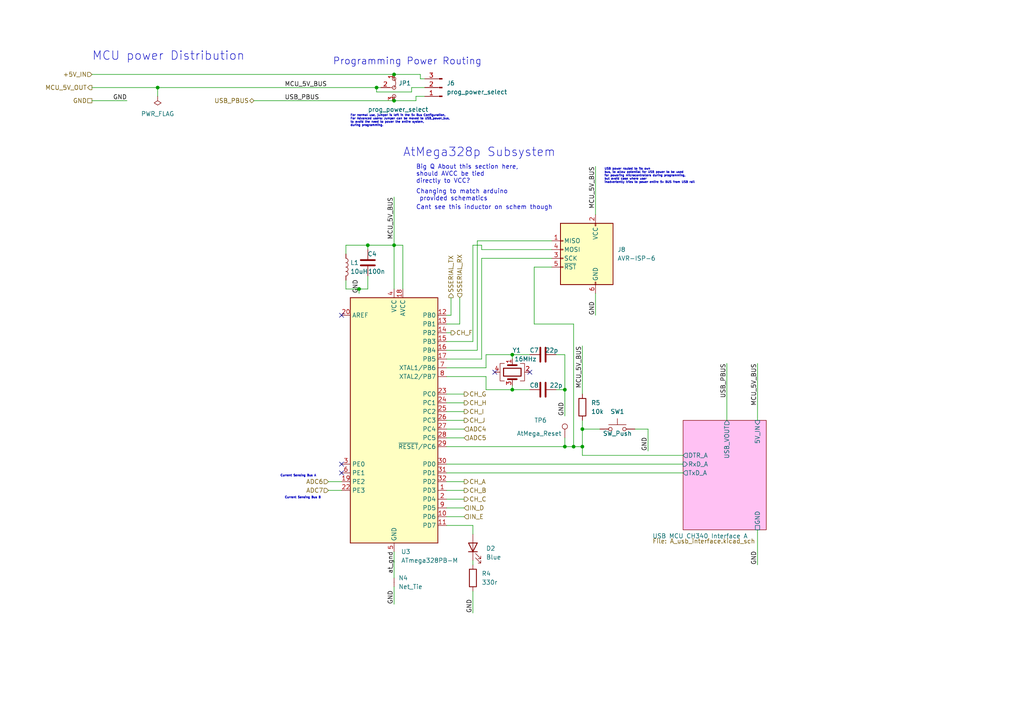
<source format=kicad_sch>
(kicad_sch (version 20211123) (generator eeschema)
  (paper "A4")
  (lib_symbols
    (symbol "000_Capacitor_Film_Immo:cap_film_0805" (pin_numbers hide) (pin_names (offset 0.254))
      (property "Reference" "C" (at 0.635 2.54 0))
      (property "Value" "cap_film_0805" (at 0.635 -2.54 0))
      (symbol "cap_film_0805_0_1"
        (polyline (pts (xy -2.032 -0.762) (xy 2.032 -0.762)) (stroke (width 0.508)))
        (polyline (pts (xy -2.032 0.762) (xy 2.032 0.762)) (stroke (width 0.508)))
      )
      (symbol "cap_film_0805_1_1"
        (pin passive line (at 0 3.81 270) (length 2.794) (name "~") (number "1"))
        (pin passive line (at 0 -3.81 90) (length 2.794) (name "~") (number "2"))
      )
    )
    (symbol "000_Connectors_Immo:Jumper_3_Bridged12" (pin_names (offset 0) hide)
      (property "Reference" "JP" (at -2.54 -2.54 0))
      (property "Value" "Jumper_3_Bridged12" (at 0 2.794 0))
      (symbol "Jumper_3_Bridged12_0_0"
        (circle (center -2.54 0) (radius 0.508))
        (circle (center 0 0) (radius 0.508))
        (circle (center 2.54 0) (radius 0.508))
      )
      (symbol "Jumper_3_Bridged12_0_1"
        (arc (start 0 -0.0807) (mid -1.27 0.4699) (end -2.54 -0.0807))
        (polyline (pts (xy 0 -1.27) (xy 0 -0.508)))
      )
      (symbol "Jumper_3_Bridged12_1_1"
        (pin passive line (at -3.81 0 0) (length 1.27) (name "A") (number "1"))
        (pin input line (at 0 -3.81 90) (length 2.54) (name "C") (number "2"))
        (pin passive line (at 3.81 0 180) (length 1.27) (name "B") (number "3"))
      )
    )
    (symbol "000_Diodes_Immo:LED_0805_smd" (pin_numbers hide) (pin_names (offset 1.016) hide)
      (property "Reference" "D" (at 0 2.54 0))
      (property "Value" "LED_0805_smd" (at 0 -3.81 0))
      (symbol "LED_0805_smd_0_1"
        (polyline (pts (xy -1.27 -1.27) (xy -1.27 1.27)) (stroke (width 0.254)))
        (polyline (pts (xy -1.27 0) (xy 1.27 0)))
        (polyline (pts (xy 1.27 -1.27) (xy 1.27 1.27) (xy -1.27 0) (xy 1.27 -1.27)) (stroke (width 0.254)))
        (polyline (pts (xy -3.048 -0.762) (xy -4.572 -2.286) (xy -3.81 -2.286) (xy -4.572 -2.286) (xy -4.572 -1.524)))
        (polyline (pts (xy -1.778 -0.762) (xy -3.302 -2.286) (xy -2.54 -2.286) (xy -3.302 -2.286) (xy -3.302 -1.524)))
      )
      (symbol "LED_0805_smd_1_1"
        (pin passive line (at -3.81 0 0) (length 2.54) (name "K") (number "1"))
        (pin passive line (at 3.81 0 180) (length 2.54) (name "A") (number "2"))
      )
    )
    (symbol "000_Resistors_Immo:Resistor_0805" (pin_numbers hide) (pin_names (offset 0))
      (property "Reference" "R?" (at 2.54 1.2701 0))
      (property "Value" "Resistor_0805" (at 2.54 -1.2699 0))
      (symbol "Resistor_0805_0_1"
        (rectangle (start -1.016 -2.54) (end 1.016 2.54) (stroke (width 0.254)))
      )
      (symbol "Resistor_0805_1_1"
        (pin passive line (at 0 3.81 270) (length 1.27) (name "~") (number "1"))
        (pin passive line (at 0 -3.81 90) (length 1.27) (name "~") (number "2"))
      )
    )
    (symbol "000_Utility_Immo:Net_Tie" (pin_numbers hide) (pin_names (offset 0) hide) (in_bom no)
      (property "Reference" "N" (at 0 5.08 0))
      (property "Value" "Net_Tie" (at 0 2.794 0))
      (symbol "Net_Tie_1_1"
        (pin passive line (at -1.27 0 0) (length 1.27) (name "A") (number "1"))
        (pin passive line (at 1.27 0 180) (length 1.27) (name "C") (number "2"))
      )
    )
    (symbol "Connector:AVR-ISP-6" (pin_names (offset 1.016))
      (property "Reference" "J" (at -6.35 11.43 0))
      (property "Value" "AVR-ISP-6" (at 0 11.43 0))
      (symbol "AVR-ISP-6_0_1"
        (rectangle (start -2.667 -6.858) (end -2.413 -7.62))
        (rectangle (start -2.667 10.16) (end -2.413 9.398))
        (rectangle (start 7.62 -2.413) (end 6.858 -2.667))
        (rectangle (start 7.62 0.127) (end 6.858 -0.127))
        (rectangle (start 7.62 2.667) (end 6.858 2.413))
        (rectangle (start 7.62 5.207) (end 6.858 4.953))
        (rectangle (start 7.62 10.16) (end -7.62 -7.62) (stroke (width 0.254)) (fill (type background)))
      )
      (symbol "AVR-ISP-6_1_1"
        (pin passive line (at 10.16 5.08 180) (length 2.54) (name "MISO") (number "1"))
        (pin passive line (at -2.54 12.7 270) (length 2.54) (name "VCC") (number "2"))
        (pin passive line (at 10.16 0 180) (length 2.54) (name "SCK") (number "3"))
        (pin passive line (at 10.16 2.54 180) (length 2.54) (name "MOSI") (number "4"))
        (pin passive line (at 10.16 -2.54 180) (length 2.54) (name "~{RST}") (number "5"))
        (pin passive line (at -2.54 -10.16 90) (length 2.54) (name "GND") (number "6"))
      )
    )
    (symbol "Connector:Conn_01x03_Male" (pin_names (offset 1.016) hide)
      (property "Reference" "J" (at 0 5.08 0))
      (property "Value" "Conn_01x03_Male" (at 0 -5.08 0))
      (symbol "Conn_01x03_Male_1_1"
        (polyline (pts (xy 1.27 -2.54) (xy 0.8636 -2.54)) (stroke (width 0.1524)))
        (polyline (pts (xy 1.27 0) (xy 0.8636 0)) (stroke (width 0.1524)))
        (polyline (pts (xy 1.27 2.54) (xy 0.8636 2.54)) (stroke (width 0.1524)))
        (rectangle (start 0.8636 -2.413) (end 0 -2.667) (stroke (width 0.1524)) (fill (type outline)))
        (rectangle (start 0.8636 0.127) (end 0 -0.127) (stroke (width 0.1524)) (fill (type outline)))
        (rectangle (start 0.8636 2.667) (end 0 2.413) (stroke (width 0.1524)) (fill (type outline)))
        (pin passive line (at 5.08 2.54 180) (length 3.81) (name "Pin_1") (number "1"))
        (pin passive line (at 5.08 0 180) (length 3.81) (name "Pin_2") (number "2"))
        (pin passive line (at 5.08 -2.54 180) (length 3.81) (name "Pin_3") (number "3"))
      )
    )
    (symbol "Connector:TestPoint" (pin_numbers hide) (pin_names (offset 0.762) hide)
      (property "Reference" "TP" (at 0 6.858 0))
      (property "Value" "TestPoint" (at 0 5.08 0))
      (symbol "TestPoint_0_1"
        (circle (center 0 3.302) (radius 0.762))
      )
      (symbol "TestPoint_1_1"
        (pin passive line (at 0 0 90) (length 2.54) (name "1") (number "1"))
      )
    )
    (symbol "Device:Crystal_GND24" (pin_names (offset 1.016) hide)
      (property "Reference" "Y" (at 3.175 5.08 0))
      (property "Value" "Crystal_GND24" (at 3.175 3.175 0))
      (symbol "Crystal_GND24_0_1"
        (rectangle (start -1.143 2.54) (end 1.143 -2.54) (stroke (width 0.3048)))
        (polyline (pts (xy -2.54 0) (xy -2.032 0)))
        (polyline (pts (xy -2.032 -1.27) (xy -2.032 1.27)) (stroke (width 0.508)))
        (polyline (pts (xy 0 -3.81) (xy 0 -3.556)))
        (polyline (pts (xy 0 3.556) (xy 0 3.81)))
        (polyline (pts (xy 2.032 -1.27) (xy 2.032 1.27)) (stroke (width 0.508)))
        (polyline (pts (xy 2.032 0) (xy 2.54 0)))
        (polyline (pts (xy -2.54 -2.286) (xy -2.54 -3.556) (xy 2.54 -3.556) (xy 2.54 -2.286)))
        (polyline (pts (xy -2.54 2.286) (xy -2.54 3.556) (xy 2.54 3.556) (xy 2.54 2.286)))
      )
      (symbol "Crystal_GND24_1_1"
        (pin passive line (at -3.81 0 0) (length 1.27) (name "1") (number "1"))
        (pin passive line (at 0 5.08 270) (length 1.27) (name "2") (number "2"))
        (pin passive line (at 3.81 0 180) (length 1.27) (name "3") (number "3"))
        (pin passive line (at 0 -5.08 90) (length 1.27) (name "4") (number "4"))
      )
    )
    (symbol "Device:L" (pin_numbers hide) (pin_names (offset 1.016) hide)
      (property "Reference" "L" (at -1.27 0 90))
      (property "Value" "L" (at 1.905 0 90))
      (symbol "L_0_1"
        (arc (start 0 -2.54) (mid 0.635 -1.905) (end 0 -1.27))
        (arc (start 0 -1.27) (mid 0.635 -0.635) (end 0 0))
        (arc (start 0 0) (mid 0.635 0.635) (end 0 1.27))
        (arc (start 0 1.27) (mid 0.635 1.905) (end 0 2.54))
      )
      (symbol "L_1_1"
        (pin passive line (at 0 3.81 270) (length 1.27) (name "1") (number "1"))
        (pin passive line (at 0 -3.81 90) (length 1.27) (name "2") (number "2"))
      )
    )
    (symbol "MCU_Microchip_ATmega:ATmega328PB-M"
      (property "Reference" "U" (at -12.7 36.83 0))
      (property "Value" "ATmega328PB-M" (at 2.54 -36.83 0))
      (symbol "ATmega328PB-M_0_1"
        (rectangle (start -12.7 -35.56) (end 12.7 35.56) (stroke (width 0.254)) (fill (type background)))
      )
      (symbol "ATmega328PB-M_1_1"
        (pin bidirectional line (at 15.24 -20.32 180) (length 2.54) (name "PD3") (number "1"))
        (pin bidirectional line (at 15.24 -27.94 180) (length 2.54) (name "PD6") (number "10"))
        (pin bidirectional line (at 15.24 -30.48 180) (length 2.54) (name "PD7") (number "11"))
        (pin bidirectional line (at 15.24 30.48 180) (length 2.54) (name "PB0") (number "12"))
        (pin bidirectional line (at 15.24 27.94 180) (length 2.54) (name "PB1") (number "13"))
        (pin bidirectional line (at 15.24 25.4 180) (length 2.54) (name "PB2") (number "14"))
        (pin bidirectional line (at 15.24 22.86 180) (length 2.54) (name "PB3") (number "15"))
        (pin bidirectional line (at 15.24 20.32 180) (length 2.54) (name "PB4") (number "16"))
        (pin bidirectional line (at 15.24 17.78 180) (length 2.54) (name "PB5") (number "17"))
        (pin power_in line (at 2.54 38.1 270) (length 2.54) (name "AVCC") (number "18"))
        (pin bidirectional line (at -15.24 -17.78 0) (length 2.54) (name "PE2") (number "19"))
        (pin bidirectional line (at 15.24 -22.86 180) (length 2.54) (name "PD4") (number "2"))
        (pin passive line (at -15.24 30.48 0) (length 2.54) (name "AREF") (number "20"))
        (pin passive line (at 0 -38.1 90) (length 2.54) hide (name "GND") (number "21"))
        (pin bidirectional line (at -15.24 -20.32 0) (length 2.54) (name "PE3") (number "22"))
        (pin bidirectional line (at 15.24 7.62 180) (length 2.54) (name "PC0") (number "23"))
        (pin bidirectional line (at 15.24 5.08 180) (length 2.54) (name "PC1") (number "24"))
        (pin bidirectional line (at 15.24 2.54 180) (length 2.54) (name "PC2") (number "25"))
        (pin bidirectional line (at 15.24 0 180) (length 2.54) (name "PC3") (number "26"))
        (pin bidirectional line (at 15.24 -2.54 180) (length 2.54) (name "PC4") (number "27"))
        (pin bidirectional line (at 15.24 -5.08 180) (length 2.54) (name "PC5") (number "28"))
        (pin bidirectional line (at 15.24 -7.62 180) (length 2.54) (name "~{RESET}/PC6") (number "29"))
        (pin bidirectional line (at -15.24 -12.7 0) (length 2.54) (name "PE0") (number "3"))
        (pin bidirectional line (at 15.24 -12.7 180) (length 2.54) (name "PD0") (number "30"))
        (pin bidirectional line (at 15.24 -15.24 180) (length 2.54) (name "PD1") (number "31"))
        (pin bidirectional line (at 15.24 -17.78 180) (length 2.54) (name "PD2") (number "32"))
        (pin passive line (at 0 -38.1 90) (length 2.54) hide (name "GND") (number "33"))
        (pin power_in line (at 0 38.1 270) (length 2.54) (name "VCC") (number "4"))
        (pin power_in line (at 0 -38.1 90) (length 2.54) (name "GND") (number "5"))
        (pin bidirectional line (at -15.24 -15.24 0) (length 2.54) (name "PE1") (number "6"))
        (pin bidirectional line (at 15.24 15.24 180) (length 2.54) (name "XTAL1/PB6") (number "7"))
        (pin bidirectional line (at 15.24 12.7 180) (length 2.54) (name "XTAL2/PB7") (number "8"))
        (pin bidirectional line (at 15.24 -25.4 180) (length 2.54) (name "PD5") (number "9"))
      )
    )
    (symbol "Switch:SW_Push" (pin_numbers hide) (pin_names (offset 1.016) hide)
      (property "Reference" "SW" (at 1.27 2.54 0))
      (property "Value" "SW_Push" (at 0 -1.524 0))
      (symbol "SW_Push_0_1"
        (circle (center -2.032 0) (radius 0.508))
        (polyline (pts (xy 0 1.27) (xy 0 3.048)))
        (polyline (pts (xy 2.54 1.27) (xy -2.54 1.27)))
        (circle (center 2.032 0) (radius 0.508))
        (pin passive line (at -5.08 0 0) (length 2.54) (name "1") (number "1"))
        (pin passive line (at 5.08 0 180) (length 2.54) (name "2") (number "2"))
      )
    )
    (symbol "power:PWR_FLAG" (power) (pin_numbers hide) (pin_names (offset 0) hide)
      (property "Value" "PWR_FLAG" (at 0 3.81 0))
      (symbol "PWR_FLAG_0_0"
        (pin power_out line (at 0 0 90) (length 0) (name "pwr") (number "1"))
      )
      (symbol "PWR_FLAG_0_1"
        (polyline (pts (xy 0 0) (xy 0 1.27) (xy -1.016 1.905) (xy 0 2.54) (xy 1.016 1.905) (xy 0 1.27)))
      )
    )
  )
  (junction (at 163.83 129.54))
  (junction (at 166.37 129.54))
  (junction (at 45.72 25.4))
  (junction (at 148.59 113.03))
  (junction (at 163.83 113.03))
  (junction (at 106.68 71.12))
  (junction (at 168.91 129.54))
  (junction (at 104.14 83.82))
  (junction (at 114.3 21.59))
  (junction (at 148.59 102.87))
  (junction (at 114.3 71.12))
  (junction (at 168.91 124.46))
  (junction (at 109.22 25.4))
  (junction (at 114.3 29.21))
  (no_connect (at 99.06 91.44))
  (no_connect (at 143.51 107.95))
  (no_connect (at 153.67 107.95))
  (no_connect (at 99.06 134.62))
  (no_connect (at 99.06 137.16))
  (wire (pts (xy 129.54 134.62) (xy 198.12 134.62)))
  (wire (pts (xy 163.83 113.03) (xy 161.29 113.03)))
  (wire (pts (xy 129.54 96.52) (xy 130.81 96.52)))
  (wire (pts (xy 140.97 106.68) (xy 140.97 102.87)))
  (wire (pts (xy 45.72 25.4) (xy 109.22 25.4)))
  (wire (pts (xy 172.72 48.26) (xy 172.72 62.23)))
  (wire (pts (xy 114.3 160.02) (xy 114.3 167.64)))
  (wire (pts (xy 137.16 71.12) (xy 139.7 71.12)))
  (wire (pts (xy 139.7 74.93) (xy 160.02 74.93)))
  (wire (pts (xy 168.91 129.54) (xy 166.37 129.54)))
  (wire (pts (xy 104.14 83.82) (xy 104.14 85.09)))
  (wire (pts (xy 106.68 72.39) (xy 106.68 71.12)))
  (wire (pts (xy 140.97 102.87) (xy 148.59 102.87)))
  (wire (pts (xy 184.15 124.46) (xy 187.96 124.46)))
  (wire (pts (xy 114.3 170.18) (xy 114.3 175.26)))
  (wire (pts (xy 129.54 129.54) (xy 163.83 129.54)))
  (wire (pts (xy 73.66 29.21) (xy 114.3 29.21)))
  (wire (pts (xy 114.3 71.12) (xy 114.3 83.82)))
  (wire (pts (xy 163.83 102.87) (xy 163.83 113.03)))
  (wire (pts (xy 172.72 85.09) (xy 172.72 91.44)))
  (wire (pts (xy 129.54 124.46) (xy 134.62 124.46)))
  (wire (pts (xy 137.16 162.56) (xy 137.16 163.83)))
  (wire (pts (xy 161.29 102.87) (xy 163.83 102.87)))
  (wire (pts (xy 129.54 127) (xy 134.62 127)))
  (wire (pts (xy 139.7 104.14) (xy 139.7 74.93)))
  (wire (pts (xy 166.37 93.98) (xy 166.37 129.54)))
  (wire (pts (xy 26.67 21.59) (xy 114.3 21.59)))
  (wire (pts (xy 198.12 132.08) (xy 168.91 132.08)))
  (wire (pts (xy 148.59 111.76) (xy 148.59 113.03)))
  (wire (pts (xy 129.54 119.38) (xy 134.62 119.38)))
  (wire (pts (xy 129.54 147.32) (xy 134.62 147.32)))
  (wire (pts (xy 148.59 113.03) (xy 140.97 113.03)))
  (wire (pts (xy 163.83 113.03) (xy 163.83 120.65)))
  (wire (pts (xy 139.7 71.12) (xy 139.7 72.39)))
  (wire (pts (xy 168.91 124.46) (xy 168.91 129.54)))
  (wire (pts (xy 114.3 21.59) (xy 121.92 21.59)))
  (wire (pts (xy 109.22 25.4) (xy 110.49 25.4)))
  (wire (pts (xy 129.54 101.6) (xy 138.43 101.6)))
  (wire (pts (xy 129.54 114.3) (xy 134.62 114.3)))
  (wire (pts (xy 168.91 124.46) (xy 173.99 124.46)))
  (wire (pts (xy 120.65 29.21) (xy 120.65 27.94)))
  (wire (pts (xy 129.54 116.84) (xy 134.62 116.84)))
  (wire (pts (xy 114.3 71.12) (xy 116.84 71.12)))
  (wire (pts (xy 119.38 26.67) (xy 119.38 25.4)))
  (wire (pts (xy 100.33 81.28) (xy 100.33 83.82)))
  (wire (pts (xy 116.84 83.82) (xy 116.84 71.12)))
  (wire (pts (xy 148.59 102.87) (xy 148.59 104.14)))
  (wire (pts (xy 138.43 69.85) (xy 160.02 69.85)))
  (wire (pts (xy 137.16 71.12) (xy 137.16 99.06)))
  (wire (pts (xy 129.54 139.7) (xy 134.62 139.7)))
  (wire (pts (xy 120.65 27.94) (xy 123.19 27.94)))
  (wire (pts (xy 95.25 139.7) (xy 99.06 139.7)))
  (wire (pts (xy 129.54 104.14) (xy 139.7 104.14)))
  (wire (pts (xy 168.91 129.54) (xy 168.91 132.08)))
  (wire (pts (xy 137.16 154.94) (xy 137.16 152.4)))
  (wire (pts (xy 154.94 77.47) (xy 154.94 93.98)))
  (wire (pts (xy 100.33 71.12) (xy 100.33 73.66)))
  (wire (pts (xy 106.68 83.82) (xy 106.68 80.01)))
  (wire (pts (xy 129.54 142.24) (xy 134.62 142.24)))
  (wire (pts (xy 137.16 152.4) (xy 129.54 152.4)))
  (wire (pts (xy 114.3 29.21) (xy 120.65 29.21)))
  (wire (pts (xy 129.54 144.78) (xy 134.62 144.78)))
  (wire (pts (xy 137.16 99.06) (xy 129.54 99.06)))
  (wire (pts (xy 154.94 93.98) (xy 166.37 93.98)))
  (wire (pts (xy 119.38 25.4) (xy 123.19 25.4)))
  (wire (pts (xy 163.83 127) (xy 163.83 129.54)))
  (wire (pts (xy 109.22 26.67) (xy 119.38 26.67)))
  (wire (pts (xy 163.83 129.54) (xy 166.37 129.54)))
  (wire (pts (xy 129.54 91.44) (xy 130.81 91.44)))
  (wire (pts (xy 129.54 106.68) (xy 140.97 106.68)))
  (wire (pts (xy 148.59 113.03) (xy 153.67 113.03)))
  (wire (pts (xy 219.71 153.67) (xy 219.71 163.83)))
  (wire (pts (xy 133.35 93.98) (xy 129.54 93.98)))
  (wire (pts (xy 100.33 71.12) (xy 106.68 71.12)))
  (wire (pts (xy 140.97 113.03) (xy 140.97 109.22)))
  (wire (pts (xy 45.72 27.94) (xy 45.72 25.4)))
  (wire (pts (xy 154.94 77.47) (xy 160.02 77.47)))
  (wire (pts (xy 138.43 69.85) (xy 138.43 101.6)))
  (wire (pts (xy 121.92 21.59) (xy 121.92 22.86)))
  (wire (pts (xy 26.67 29.21) (xy 36.83 29.21)))
  (wire (pts (xy 129.54 121.92) (xy 134.62 121.92)))
  (wire (pts (xy 168.91 100.33) (xy 168.91 114.3)))
  (wire (pts (xy 219.71 105.41) (xy 219.71 121.92)))
  (wire (pts (xy 137.16 171.45) (xy 137.16 177.8)))
  (wire (pts (xy 187.96 124.46) (xy 187.96 130.81)))
  (wire (pts (xy 148.59 102.87) (xy 153.67 102.87)))
  (wire (pts (xy 129.54 137.16) (xy 198.12 137.16)))
  (wire (pts (xy 168.91 124.46) (xy 168.91 121.92)))
  (wire (pts (xy 100.33 83.82) (xy 104.14 83.82)))
  (wire (pts (xy 210.82 105.41) (xy 210.82 121.92)))
  (wire (pts (xy 109.22 25.4) (xy 109.22 26.67)))
  (wire (pts (xy 133.35 86.36) (xy 133.35 93.98)))
  (wire (pts (xy 114.3 57.15) (xy 114.3 71.12)))
  (wire (pts (xy 104.14 83.82) (xy 106.68 83.82)))
  (wire (pts (xy 121.92 22.86) (xy 123.19 22.86)))
  (wire (pts (xy 129.54 149.86) (xy 134.62 149.86)))
  (wire (pts (xy 26.67 25.4) (xy 45.72 25.4)))
  (wire (pts (xy 140.97 109.22) (xy 129.54 109.22)))
  (wire (pts (xy 95.25 142.24) (xy 99.06 142.24)))
  (wire (pts (xy 130.81 91.44) (xy 130.81 86.36)))
  (wire (pts (xy 106.68 71.12) (xy 114.3 71.12)))
  (wire (pts (xy 139.7 72.39) (xy 160.02 72.39)))
  (text "AtMega328p Subsystem" (at 116.84 45.72 0) (effects (font (size 2.5 2.5)) (justify left bottom)))
  (text "MCU power Distribution" (at 26.67 17.78 0) (effects (font (size 2.5 2.5)) (justify left bottom)))
  (text "USB power routed to its own\nbus, to allow potential for USB power to be used\nfor powering microcontrollers during programming, \nbut avoid case where user\ninadvertently tries to power entire 5v BUS from USB rail" (at 175.26 53.34 0) (effects (font (size 0.6 0.6)) (justify left bottom)))
  (text "Big Q About this section here,\nshould AVCC be tied \ndirectly to VCC?" (at 120.65 53.34 0) (effects (font (size 1.27 1.27)) (justify left bottom)))
  (text "Cant see this inductor on schem though" (at 120.65 60.96 0) (effects (font (size 1.27 1.27)) (justify left bottom)))
  (text "Current Sensing Bus B" (at 82.55 144.78 0) (effects (font (size 0.6 0.6)) (justify left bottom)))
  (text "Changing to match arduino\n provided schematics" (at 120.65 58.42 0) (effects (font (size 1.27 1.27)) (justify left bottom)))
  (text "For normal use, jumper is left in the 5v Bus Configuration,\nFor Advanced users: Jumper can be moved to USB_power_bus, \nto avoid the need to power the entire system, \nduring programming.\n" (at 101.6 36.83 0) (effects (font (size 0.6 0.6)) (justify left bottom)))
  (text "Current Sensing Bus A" (at 81.28 138.43 0) (effects (font (size 0.6 0.6)) (justify left bottom)))
  (text "Programming Power Routing" (at 96.52 19.05 0) (effects (font (size 2 2)) (justify left bottom)))
  (label "MCU_5V_BUS" (at 82.55 25.4 0))
  (label "GND" (at 114.3 175.26 90))
  (label "USB_PBUS" (at 210.82 105.41 270))
  (label "GND" (at 36.83 29.21 180))
  (label "GND" (at 137.16 177.8 90))
  (label "USB_PBUS" (at 82.55 29.21 0))
  (label "GND" (at 163.83 120.65 90))
  (label "MCU_5V_BUS" (at 172.72 48.26 270))
  (label "MCU_5V_BUS" (at 168.91 100.33 270))
  (label "GND" (at 187.96 130.81 90))
  (label "GND" (at 104.14 85.09 90))
  (label "at_gnd" (at 114.3 166.37 90))
  (label "GND" (at 172.72 91.44 90))
  (label "GND" (at 219.71 163.83 90))
  (label "MCU_5V_BUS" (at 219.71 105.41 270))
  (label "MCU_5V_BUS" (at 114.3 57.15 270))
  (hierarchical_label "CH_B" (shape output) (at 134.62 142.24 0))
  (hierarchical_label "ADC5" (shape input) (at 134.62 127 0))
  (hierarchical_label "ADC4" (shape input) (at 134.62 124.46 0))
  (hierarchical_label "CH_I" (shape output) (at 134.62 119.38 0))
  (hierarchical_label "MCU_5V_OUT" (shape output) (at 26.67 25.4 180))
  (hierarchical_label "CH_H" (shape output) (at 134.62 116.84 0))
  (hierarchical_label "IN_D" (shape input) (at 134.62 147.32 0))
  (hierarchical_label "GND" (shape passive) (at 26.67 29.21 180))
  (hierarchical_label "+5V_IN" (shape input) (at 26.67 21.59 180))
  (hierarchical_label "ADC7" (shape input) (at 95.25 142.24 180))
  (hierarchical_label "CH_F" (shape output) (at 130.81 96.52 0))
  (hierarchical_label "SSERIAL_RX" (shape input) (at 133.35 86.36 90))
  (hierarchical_label "ADC6" (shape input) (at 95.25 139.7 180))
  (hierarchical_label "USB_PBUS" (shape bidirectional) (at 73.66 29.21 180))
  (hierarchical_label "CH_G" (shape output) (at 134.62 114.3 0))
  (hierarchical_label "CH_C" (shape output) (at 134.62 144.78 0))
  (hierarchical_label "CH_A" (shape output) (at 134.62 139.7 0))
  (hierarchical_label "CH_J" (shape output) (at 134.62 121.92 0))
  (hierarchical_label "IN_E" (shape input) (at 134.62 149.86 0))
  (hierarchical_label "SSERIAL_TX" (shape output) (at 130.81 86.36 90))
  (symbol (lib_id "000_Utility_Immo:Net_Tie") (at 114.3 168.91 90) (unit 1) (in_bom no)
    (property "Reference" "N4" (at 115.57 167.6399 90) (effects (justify right)))
    (property "Value" "Net_Tie" (at 115.57 170.1799 90) (effects (justify right)))
    (property "Footprint" "NetTie:NetTie-2_SMD_Pad0.5mm" (effects hide))
  )
  (symbol (lib_id "Connector:Conn_01x03_Male") (at 128.27 25.4 180) (unit 1)
    (property "Reference" "J6" (at 129.54 24.1299 0) (effects (justify right)))
    (property "Value" "prog_power_select" (at 129.54 26.6699 0) (effects (justify right)))
    (property "Footprint" "Connector_PinHeader_1.27mm:PinHeader_1x03_P1.27mm_Vertical" (effects hide))
  )
  (symbol (lib_id "Switch:SW_Push") (at 179.07 124.46 0) (unit 1)
    (property "Reference" "SW1" (at 179.07 119.38 0))
    (property "Value" "SW_Push" (at 179.07 125.73 0))
    (property "Footprint" "Button_Switch_SMD:SW_SPST_EVQPE1" (effects hide))
  )
  (symbol (lib_id "000_Capacitor_Film_Immo:cap_film_0805") (at 106.68 76.2 0) (unit 1)
    (property "Reference" "C4" (at 107.95 73.66 0))
    (property "Value" "100n" (at 109.22 78.74 0))
    (property "Footprint" "Capacitor_SMD:C_0805_2012Metric_Pad1.18x1.45mm_HandSolder" (effects hide))
  )
  (symbol (lib_id "000_Resistors_Immo:Resistor_0805") (at 168.91 118.11 0) (unit 1)
    (property "Reference" "R5" (at 171.45 116.8399 0) (effects (justify left)))
    (property "Value" "10k" (at 171.45 119.3799 0) (effects (justify left)))
    (property "Footprint" "Resistor_SMD:R_0805_2012Metric_Pad1.20x1.40mm_HandSolder" (effects hide))
  )
  (symbol (lib_id "Device:Crystal_GND24") (at 148.59 107.95 270) (unit 1)
    (property "Reference" "Y1" (at 149.86 101.6 90))
    (property "Value" "16MHz" (at 152.4 104.14 90))
    (property "Footprint" "Crystal:Crystal_SMD_Abracon_ABM3C-4Pin_5.0x3.2mm" (effects hide))
  )
  (symbol (lib_id "000_Resistors_Immo:Resistor_0805") (at 137.16 167.64 0) (unit 1)
    (property "Reference" "R4" (at 139.7 166.3699 0) (effects (justify left)))
    (property "Value" "330r" (at 139.7 168.9099 0) (effects (justify left)))
    (property "Footprint" "Resistor_SMD:R_0805_2012Metric_Pad1.20x1.40mm_HandSolder" (effects hide))
  )
  (symbol (lib_id "MCU_Microchip_ATmega:ATmega328PB-M") (at 114.3 121.92 0) (unit 1)
    (property "Reference" "U3" (at 116.3194 160.02 0) (effects (justify left)))
    (property "Value" "ATmega328PB-M" (at 116.3194 162.56 0) (effects (justify left)))
    (property "Footprint" "Package_DFN_QFN:QFN-32-1EP_5x5mm_P0.5mm_EP3.1x3.1mm" (effects hide))
    (property "Datasheet" "http://ww1.microchip.com/downloads/en/DeviceDoc/40001906C.pdf" (effects hide))
  )
  (symbol (lib_id "power:PWR_FLAG") (at 45.72 27.94 180) (unit 1)
    (property "Reference" "#FLG02" (effects hide))
    (property "Value" "PWR_FLAG" (at 45.72 33.02 0))
  )
  (symbol (lib_id "000_Capacitor_Film_Immo:cap_film_0805") (at 157.48 102.87 90) (unit 1)
    (property "Reference" "C7" (at 154.94 101.6 90))
    (property "Value" "22p" (at 160.02 101.6 90))
    (property "Footprint" "Capacitor_SMD:C_0805_2012Metric_Pad1.18x1.45mm_HandSolder" (effects hide))
  )
  (symbol (lib_id "000_Connectors_Immo:Jumper_3_Bridged12") (at 114.3 25.4 270) (unit 1)
    (property "Reference" "JP1" (at 115.57 24.1299 90) (effects (justify left)))
    (property "Value" "prog_power_select" (at 106.68 31.75 90) (effects (justify left)))
    (property "Footprint" "Jumper:SolderJumper-3_P1.3mm_Bridged12_RoundedPad1.0x1.5mm_NumberLabels" (effects hide))
  )
  (symbol (lib_id "Connector:TestPoint") (at 163.83 127 0) (unit 1)
    (property "Reference" "TP6" (at 154.94 121.92 0) (effects (justify left)))
    (property "Value" "AtMega_Reset" (at 149.86 125.73 0) (effects (justify left)))
    (property "Footprint" "TestPoint:TestPoint_Pad_D1.5mm" (effects hide))
  )
  (symbol (lib_id "Device:L") (at 100.33 77.47 0) (unit 1)
    (property "Reference" "L1" (at 101.6 76.1999 0) (effects (justify left)))
    (property "Value" "10uH" (at 101.6 78.7399 0) (effects (justify left)))
    (property "Footprint" "Inductor_SMD:L_0805_2012Metric_Pad1.05x1.20mm_HandSolder" (effects hide))
  )
  (symbol (lib_id "Connector:AVR-ISP-6") (at 170.18 74.93 0) (mirror y) (unit 1)
    (property "Reference" "J8" (at 179.07 72.3899 0) (effects (justify right)))
    (property "Value" "AVR-ISP-6" (at 179.07 74.9299 0) (effects (justify right)))
    (property "Footprint" "Connector_PinHeader_1.27mm:PinHeader_2x03_P1.27mm_Vertical" (effects hide))
    (property "Datasheet" " ~" (effects hide))
  )
  (symbol (lib_id "000_Capacitor_Film_Immo:cap_film_0805") (at 157.48 113.03 90) (unit 1)
    (property "Reference" "C8" (at 154.94 111.76 90))
    (property "Value" "22p" (at 161.29 111.76 90))
    (property "Footprint" "Capacitor_SMD:C_0805_2012Metric_Pad1.18x1.45mm_HandSolder" (effects hide))
  )
  (symbol (lib_id "000_Diodes_Immo:LED_0805_smd") (at 137.16 158.75 90) (unit 1)
    (property "Reference" "D2" (at 140.97 159.0674 90) (effects (justify right)))
    (property "Value" "Blue" (at 140.97 161.6074 90) (effects (justify right)))
    (property "Footprint" "LED_SMD:LED_0805_2012Metric_Pad1.15x1.40mm_HandSolder" (effects hide))
  )
  (sheet (at 198.12 121.92) (size 24.13 31.75) (stroke (width 0.1524)) (fill (color 255 69 219 0.3300))
    (property "Sheet name" "USB MCU CH340 Interface A" (at 189.23 156.21 0) (effects (justify left bottom)))
    (property "Sheet file" "A_usb_interface.kicad_sch" (at 189.23 156.21 0) (effects (justify left top)))
    (pin "USB_VOUT" output (at 210.82 121.92 90))
    (pin "DTR_A" output (at 198.12 132.08 180))
    (pin "TxD_A" output (at 198.12 137.16 180))
    (pin "RxD_A" input (at 198.12 134.62 180))
    (pin "5V_IN" input (at 219.71 121.92 90))
    (pin "GND" passive (at 219.71 153.67 270))
  )
)
</source>
